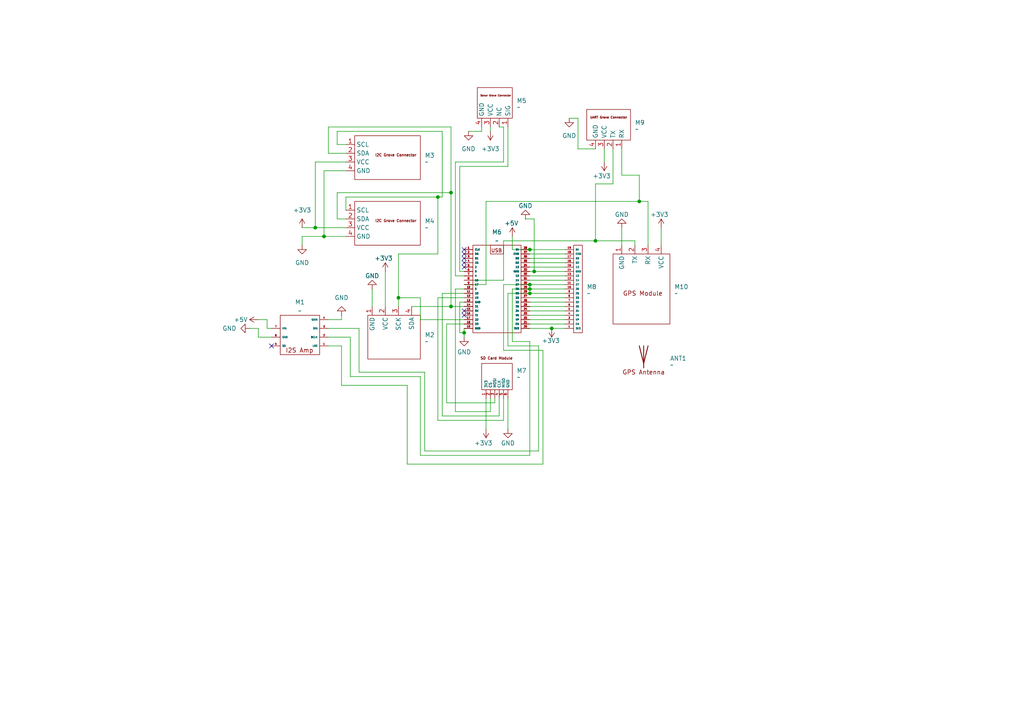
<source format=kicad_sch>
(kicad_sch (version 20231120) (generator "eeschema") (generator_version "8.0")
  (paper "A4")
  (lib_symbols
    (symbol "GPS_Module_1"
      (property "Reference" "M" (at 0 0 0))
      (symbol "GPS_Module_1_0_1"
        (rectangle (start -19.05 5.08) (end -2.54 -15.24))
      )
      (symbol "GPS_Module_1_1_1"
        (text "GPS Module" (at -10.414 -6.35 0) (effects (font (size 1.27 1.27))))
        (pin input line (at -16.51 7.62 270) (length 2.54) (name "GND") (number "1"))
        (pin input line (at -12.7 7.62 270) (length 2.54) (name "TX") (number "2"))
        (pin input line (at -8.89 7.62 270) (length 2.54) (name "RX") (number "3"))
        (pin input line (at -5.08 7.62 270) (length 2.54) (name "VCC") (number "4"))
      )
    )
    (symbol "Grove_UART_Connector_1"
      (property "Reference" "M" (at 7.62 1.524 0))
      (symbol "Grove_UART_Connector_1_0_1"
        (rectangle (start -6.35 5.08) (end 6.35 -3.81))
      )
      (symbol "Grove_UART_Connector_1_1_1"
        (text "UART Grove Connector" (at 0 -1.524 0) (effects (font (size 0.635 0.635))))
        (pin input line (at -3.81 7.62 270) (length 2.54) (name "RX") (number "1"))
        (pin input line (at -1.27 7.62 270) (length 2.54) (name "TX") (number "2"))
        (pin input line (at 1.27 7.62 270) (length 2.54) (name "VCC") (number "3"))
        (pin input line (at 3.81 7.62 270) (length 2.54) (name "GND") (number "4"))
      )
    )
    (symbol "I2C_Grove_Connector_1"
      (property "Reference" "M" (at 7.62 4.318 0))
      (symbol "I2C_Grove_Connector_1_0_1"
        (rectangle (start -12.7 10.16) (end 6.35 -2.54))
      )
      (symbol "I2C_Grove_Connector_1_1_1"
        (text "I2C Grove Connector" (at -0.762 4.572 0) (effects (font (size 0.762 0.762))))
        (pin input line (at -15.24 7.62 0) (length 2.54) (name "SCL") (number "1"))
        (pin input line (at -15.24 5.08 0) (length 2.54) (name "SDA") (number "2"))
        (pin input line (at -15.24 2.54 0) (length 2.54) (name "VCC") (number "3"))
        (pin input line (at -15.24 0 0) (length 2.54) (name "GND") (number "4"))
      )
    )
    (symbol "Mario_Symbols:I2C_Grove_Connector"
      (property "Reference" "M" (at 7.62 4.318 0))
      (symbol "I2C_Grove_Connector_0_1"
        (rectangle (start -12.7 10.16) (end 6.35 -2.54))
      )
      (symbol "I2C_Grove_Connector_1_1"
        (text "I2C Grove Connector" (at -0.762 4.572 0) (effects (font (size 0.762 0.762))))
        (pin input line (at -15.24 7.62 0) (length 2.54) (name "SCL") (number "1"))
        (pin input line (at -15.24 5.08 0) (length 2.54) (name "SDA") (number "2"))
        (pin input line (at -15.24 2.54 0) (length 2.54) (name "VCC") (number "3"))
        (pin input line (at -15.24 0 0) (length 2.54) (name "GND") (number "4"))
      )
    )
    (symbol "Mario_Symbols:I2S_Amp"
      (property "Reference" "M1" (at -9.525 5.08 0))
      (property "Value" "~" (at -9.525 2.54 0))
      (symbol "I2S_Amp_0_1"
        (rectangle (start -3.81 1.27) (end -15.24 -10.16))
      )
      (symbol "I2S_Amp_1_1"
        (text "I2S Amp" (at -9.398 0 0) (effects (font (size 1.27 1.27))))
        (pin input line (at -17.78 -1.27 0) (length 2.54) (name "LRC") (number "1"))
        (pin input line (at -17.78 -3.81 0) (length 2.54) (name "BCLK") (number "2"))
        (pin input line (at -17.78 -6.35 0) (length 2.54) (name "DIN") (number "3"))
        (pin input line (at -17.78 -8.89 0) (length 2.54) (name "GAIN") (number "4"))
        (pin input line (at -1.27 -1.27 180) (length 2.54) (name "SD") (number "5"))
        (pin input line (at -1.27 -3.81 180) (length 2.54) (name "GND") (number "6"))
        (pin input line (at -1.27 -6.35 180) (length 2.54) (name "VIN") (number "7"))
      )
    )
    (symbol "Mario_Symbols:OLED_Display_updated"
      (property "Reference" "M" (at 0 0 0))
      (symbol "OLED_Display_updated_0_1"
        (rectangle (start -6.35 7.62) (end 8.89 -5.08))
      )
      (symbol "OLED_Display_updated_1_1"
        (pin input line (at -5.08 10.16 270) (length 2.54) (name "GND") (number "1"))
        (pin input line (at -1.27 10.16 270) (length 2.54) (name "VCC") (number "2"))
        (pin input line (at 2.54 10.16 270) (length 2.54) (name "SCK") (number "3"))
        (pin input line (at 6.35 10.16 270) (length 2.54) (name "SDA") (number "4"))
      )
    )
    (symbol "Mario_Symbols:SD Card Module"
      (property "Reference" "M" (at 0 0 0))
      (symbol "SD Card Module_0_1"
        (rectangle (start -5.08 2.54) (end 3.81 -5.08))
      )
      (symbol "SD Card Module_1_1"
        (text "SD Card Module\n" (at -0.762 4.064 0) (effects (font (size 0.762 0.762))))
        (pin input line (at -3.81 -7.62 90) (length 2.54) (name "3V3") (number "1"))
        (pin input line (at -2.54 -7.62 90) (length 2.54) (name "CS") (number "2"))
        (pin input line (at -1.27 -7.62 90) (length 2.54) (name "MOSI") (number "3"))
        (pin input line (at 0 -7.62 90) (length 2.54) (name "CLK") (number "4"))
        (pin input line (at 1.27 -7.62 90) (length 2.54) (name "MISO") (number "5"))
        (pin input line (at 2.54 -7.62 90) (length 2.54) (name "GND") (number "6"))
      )
    )
    (symbol "New_Library_HD:ESP32-WROOM_HD"
      (property "Reference" "M6" (at -0.635 15.24 0))
      (property "Value" "~" (at -0.635 12.7 0))
      (symbol "ESP32-WROOM_HD_0_1"
        (rectangle (start -7.62 11.43) (end 6.35 -13.97))
        (rectangle (start -2.54 11.43) (end 1.27 8.89))
      )
      (symbol "ESP32-WROOM_HD_1_1"
        (text "USB" (at -0.762 9.906 0) (effects (font (size 1.016 1.016))))
        (pin input line (at -10.16 10.16 0) (length 2.54) (name "CLK") (number "1"))
        (pin input line (at -10.16 -1.27 0) (length 2.54) (name "5") (number "10"))
        (pin input line (at -10.16 -2.54 0) (length 2.54) (name "18") (number "11"))
        (pin input line (at -10.16 -3.81 0) (length 2.54) (name "19") (number "12"))
        (pin input line (at -10.16 -5.08 0) (length 2.54) (name "GND") (number "13"))
        (pin input line (at -10.16 -6.35 0) (length 2.54) (name "21") (number "14"))
        (pin input line (at -10.16 -7.62 0) (length 2.54) (name "RX") (number "15"))
        (pin input line (at -10.16 -8.89 0) (length 2.54) (name "TX") (number "16"))
        (pin input line (at -10.16 -10.16 0) (length 2.54) (name "22") (number "17"))
        (pin input line (at -10.16 -11.43 0) (length 2.54) (name "23") (number "18"))
        (pin input line (at -10.16 -12.7 0) (length 2.54) (name "GND") (number "19"))
        (pin input line (at -10.16 8.89 0) (length 2.54) (name "D0") (number "2"))
        (pin input line (at 8.89 -12.7 180) (length 2.54) (name "3V3") (number "20"))
        (pin input line (at 8.89 -11.43 180) (length 2.54) (name "EN") (number "21"))
        (pin input line (at 8.89 -10.16 180) (length 2.54) (name "VP") (number "22"))
        (pin input line (at 8.89 -8.89 180) (length 2.54) (name "VN") (number "23"))
        (pin input line (at 8.89 -7.62 180) (length 2.54) (name "34") (number "24"))
        (pin input line (at 8.89 -6.35 180) (length 2.54) (name "35") (number "25"))
        (pin input line (at 8.89 -5.08 180) (length 2.54) (name "32") (number "26"))
        (pin input line (at 8.89 -3.81 180) (length 2.54) (name "33") (number "27"))
        (pin input line (at 8.89 -2.54 180) (length 2.54) (name "25") (number "28"))
        (pin input line (at 8.89 -1.27 180) (length 2.54) (name "26") (number "29"))
        (pin input line (at -10.16 7.62 0) (length 2.54) (name "D1") (number "3"))
        (pin input line (at 8.89 0 180) (length 2.54) (name "27") (number "30"))
        (pin input line (at 8.89 1.27 180) (length 2.54) (name "14") (number "31"))
        (pin input line (at 8.89 2.54 180) (length 2.54) (name "12") (number "32"))
        (pin input line (at 8.89 3.81 180) (length 2.54) (name "GND") (number "33"))
        (pin input line (at 8.89 5.08 180) (length 2.54) (name "13") (number "34"))
        (pin input line (at 8.89 6.35 180) (length 2.54) (name "D2") (number "35"))
        (pin input line (at 8.89 7.62 180) (length 2.54) (name "D3") (number "36"))
        (pin input line (at 8.89 8.89 180) (length 2.54) (name "CMD") (number "37"))
        (pin input line (at 8.89 10.16 180) (length 2.54) (name "5V") (number "38"))
        (pin input line (at -10.16 6.35 0) (length 2.54) (name "15") (number "4"))
        (pin input line (at -10.16 5.08 0) (length 2.54) (name "2") (number "5"))
        (pin input line (at -10.16 3.81 0) (length 2.54) (name "0") (number "6"))
        (pin input line (at -10.16 2.54 0) (length 2.54) (name "4") (number "7"))
        (pin input line (at -10.16 1.27 0) (length 2.54) (name "16") (number "8"))
        (pin input line (at -10.16 0 0) (length 2.54) (name "17") (number "9"))
      )
    )
    (symbol "New_Library_HD:Second_Width_Esp32"
      (property "Reference" "M8" (at 5.08 10.7951 0))
      (property "Value" "~" (at 5.08 8.89 0))
      (symbol "Second_Width_Esp32_0_1"
        (rectangle (start 1.27 22.86) (end 3.81 -2.54))
      )
      (symbol "Second_Width_Esp32_1_1"
        (pin input line (at -1.27 -1.27 0) (length 2.54) (name "3V3") (number "1"))
        (pin input line (at -1.27 10.16 0) (length 2.54) (name "26") (number "10"))
        (pin input line (at -1.27 11.43 0) (length 2.54) (name "27") (number "11"))
        (pin input line (at -1.27 12.7 0) (length 2.54) (name "14") (number "12"))
        (pin input line (at -1.27 13.97 0) (length 2.54) (name "12") (number "13"))
        (pin input line (at -1.27 15.24 0) (length 2.54) (name "GND") (number "14"))
        (pin input line (at -1.27 16.51 0) (length 2.54) (name "13") (number "15"))
        (pin input line (at -1.27 17.78 0) (length 2.54) (name "D2") (number "16"))
        (pin input line (at -1.27 19.05 0) (length 2.54) (name "D3") (number "17"))
        (pin input line (at -1.27 20.32 0) (length 2.54) (name "CMD") (number "18"))
        (pin input line (at -1.27 21.59 0) (length 2.54) (name "5V") (number "19"))
        (pin input line (at -1.27 0 0) (length 2.54) (name "EN") (number "2"))
        (pin input line (at -1.27 1.27 0) (length 2.54) (name "VP") (number "3"))
        (pin input line (at -1.27 2.54 0) (length 2.54) (name "VN") (number "4"))
        (pin input line (at -1.27 3.81 0) (length 2.54) (name "34") (number "5"))
        (pin input line (at -1.27 5.08 0) (length 2.54) (name "35") (number "6"))
        (pin input line (at -1.27 6.35 0) (length 2.54) (name "32") (number "7"))
        (pin input line (at -1.27 7.62 0) (length 2.54) (name "33") (number "8"))
        (pin input line (at -1.27 8.89 0) (length 2.54) (name "25") (number "9"))
      )
    )
    (symbol "Sonar_Grove_Connector_1"
      (property "Reference" "M" (at -5.08 7.62 0))
      (symbol "Sonar_Grove_Connector_1_0_1"
        (rectangle (start 6.35 2.54) (end -3.81 11.43))
      )
      (symbol "Sonar_Grove_Connector_1_1_1"
        (text "Sonar Grove Connector" (at 1.524 9.144 0) (effects (font (size 0.508 0.508))))
        (pin input line (at 5.08 0 90) (length 2.54) (name "SIG") (number "1"))
        (pin input line (at 2.54 0 90) (length 2.54) (name "NC") (number "2"))
        (pin input line (at 0 0 90) (length 2.54) (name "VCC") (number "3"))
        (pin input line (at -2.54 0 90) (length 2.54) (name "GND") (number "4"))
      )
    )
    (symbol "You_Are_Invisible_V1.0:GPS_Antenna"
      (property "Reference" "ANT" (at 0 3.81 0))
      (symbol "GPS_Antenna_0_1"
        (polyline (pts (xy 0 1.27) (xy 0 -5.08)) (stroke (width 0.254)))
        (polyline (pts (xy 1.27 1.27) (xy 0 -3.81) (xy -1.27 1.27)) (stroke (width 0.254)))
      )
      (symbol "GPS_Antenna_1_1"
        (text "GPS Antenna\n" (at 0 -6.35 0) (effects (font (size 1.27 1.27))))
      )
    )
    (symbol "power:+3V3" (power) (pin_numbers hide) (pin_names (offset 0) hide)
      (property "Value" "+3V3" (at 0 3.556 0))
      (symbol "+3V3_0_1"
        (polyline (pts (xy -0.762 1.27) (xy 0 2.54)))
        (polyline (pts (xy 0 0) (xy 0 2.54)))
        (polyline (pts (xy 0 2.54) (xy 0.762 1.27)))
      )
      (symbol "+3V3_1_1"
        (pin power_in line (at 0 0 90) (length 0) (name "~") (number "1"))
      )
    )
    (symbol "power:+5V" (power) (pin_numbers hide) (pin_names (offset 0) hide)
      (property "Value" "+5V" (at 0 3.556 0))
      (symbol "+5V_0_1"
        (polyline (pts (xy -0.762 1.27) (xy 0 2.54)))
        (polyline (pts (xy 0 0) (xy 0 2.54)))
        (polyline (pts (xy 0 2.54) (xy 0.762 1.27)))
      )
      (symbol "+5V_1_1"
        (pin power_in line (at 0 0 90) (length 0) (name "~") (number "1"))
      )
    )
    (symbol "power:GND" (power) (pin_numbers hide) (pin_names (offset 0) hide)
      (property "Value" "GND" (at 0 -3.81 0))
      (symbol "GND_0_1"
        (polyline (pts (xy 0 0) (xy 0 -1.27) (xy 1.27 -1.27) (xy 0 -2.54) (xy -1.27 -1.27) (xy 0 -1.27)))
      )
      (symbol "GND_1_1"
        (pin power_in line (at 0 0 270) (length 0) (name "~") (number "1"))
      )
    )
  )
  (junction (at 172.72 69.85))
  (junction (at 93.98 68.58))
  (junction (at 130.81 88.9))
  (junction (at 130.81 55.88))
  (junction (at 115.57 86.36))
  (junction (at 153.67 83.82))
  (junction (at 134.62 96.52))
  (junction (at 160.02 95.25))
  (junction (at 153.67 85.09))
  (junction (at 153.67 82.55))
  (junction (at 185.42 58.42))
  (junction (at 153.67 72.39))
  (junction (at 127 57.15))
  (junction (at 154.94 78.74))
  (junction (at 91.44 66.04))
  (no_connect (at 78.74 100.33))
  (no_connect (at 134.62 90.17))
  (no_connect (at 134.62 91.44))
  (no_connect (at 134.62 76.2))
  (no_connect (at 134.62 73.66))
  (no_connect (at 134.62 77.47))
  (no_connect (at 134.62 74.93))
  (no_connect (at 134.62 72.39))
  (wire (pts (xy 148.59 99.06) (xy 148.59 83.82)))
  (wire (pts (xy 77.47 95.25) (xy 77.47 92.71)))
  (wire (pts (xy 127 86.36) (xy 127 121.92)))
  (wire (pts (xy 101.6 97.79) (xy 101.6 109.22)))
  (wire (pts (xy 134.62 81.28) (xy 146.05 81.28)))
  (wire (pts (xy 130.81 55.88) (xy 130.81 88.9)))
  (wire (pts (xy 172.72 69.85) (xy 146.05 69.85)))
  (wire (pts (xy 156.21 130.81) (xy 156.21 100.33)))
  (wire (pts (xy 144.78 115.57) (xy 144.78 120.65)))
  (wire (pts (xy 167.64 43.18) (xy 167.64 34.29)))
  (wire (pts (xy 134.62 92.71) (xy 121.92 92.71)))
  (wire (pts (xy 100.33 41.91) (xy 97.79 41.91)))
  (wire (pts (xy 146.05 46.99) (xy 146.05 36.83)))
  (wire (pts (xy 153.67 82.55) (xy 163.83 82.55)))
  (wire (pts (xy 153.67 83.82) (xy 163.83 83.82)))
  (wire (pts (xy 127 57.15) (xy 128.27 57.15)))
  (wire (pts (xy 148.59 83.82) (xy 153.67 83.82)))
  (wire (pts (xy 95.25 100.33) (xy 99.06 100.33)))
  (wire (pts (xy 127 57.15) (xy 127 73.66)))
  (wire (pts (xy 95.25 44.45) (xy 95.25 36.83)))
  (wire (pts (xy 77.47 92.71) (xy 74.93 92.71)))
  (wire (pts (xy 142.24 115.57) (xy 142.24 119.38)))
  (wire (pts (xy 100.33 49.53) (xy 93.98 49.53)))
  (wire (pts (xy 133.35 78.74) (xy 134.62 78.74)))
  (wire (pts (xy 191.77 66.04) (xy 191.77 71.12)))
  (wire (pts (xy 187.96 58.42) (xy 187.96 71.12)))
  (wire (pts (xy 77.47 95.25) (xy 78.74 95.25)))
  (wire (pts (xy 185.42 50.8) (xy 185.42 58.42)))
  (wire (pts (xy 153.67 90.17) (xy 163.83 90.17)))
  (wire (pts (xy 129.54 93.98) (xy 134.62 93.98)))
  (wire (pts (xy 147.32 85.09) (xy 153.67 85.09)))
  (wire (pts (xy 128.27 85.09) (xy 134.62 85.09)))
  (wire (pts (xy 121.92 86.36) (xy 115.57 86.36)))
  (wire (pts (xy 167.64 34.29) (xy 165.1 34.29)))
  (wire (pts (xy 101.6 109.22) (xy 121.92 109.22)))
  (wire (pts (xy 134.62 95.25) (xy 134.62 96.52)))
  (wire (pts (xy 160.02 95.25) (xy 163.83 95.25)))
  (wire (pts (xy 95.25 36.83) (xy 130.81 36.83)))
  (wire (pts (xy 157.48 134.62) (xy 157.48 101.6)))
  (wire (pts (xy 184.15 71.12) (xy 184.15 69.85)))
  (wire (pts (xy 147.32 36.83) (xy 147.32 48.26)))
  (wire (pts (xy 111.76 78.74) (xy 111.76 88.9)))
  (wire (pts (xy 153.67 93.98) (xy 163.83 93.98)))
  (wire (pts (xy 104.14 95.25) (xy 104.14 107.95)))
  (wire (pts (xy 95.25 92.71) (xy 99.06 92.71)))
  (wire (pts (xy 129.54 116.84) (xy 129.54 93.98)))
  (wire (pts (xy 72.39 95.25) (xy 74.93 95.25)))
  (wire (pts (xy 187.96 58.42) (xy 185.42 58.42)))
  (wire (pts (xy 153.67 72.39) (xy 163.83 72.39)))
  (wire (pts (xy 118.11 134.62) (xy 157.48 134.62)))
  (wire (pts (xy 127 73.66) (xy 115.57 73.66)))
  (wire (pts (xy 74.93 97.79) (xy 74.93 95.25)))
  (wire (pts (xy 133.35 48.26) (xy 133.35 78.74)))
  (wire (pts (xy 133.35 87.63) (xy 133.35 96.52)))
  (wire (pts (xy 134.62 82.55) (xy 140.97 82.55)))
  (wire (pts (xy 130.81 36.83) (xy 130.81 55.88)))
  (wire (pts (xy 146.05 82.55) (xy 153.67 82.55)))
  (wire (pts (xy 74.93 97.79) (xy 78.74 97.79)))
  (wire (pts (xy 146.05 69.85) (xy 146.05 81.28)))
  (wire (pts (xy 123.19 107.95) (xy 123.19 130.81)))
  (wire (pts (xy 140.97 115.57) (xy 140.97 124.46)))
  (wire (pts (xy 132.08 46.99) (xy 146.05 46.99)))
  (wire (pts (xy 97.79 38.1) (xy 128.27 38.1)))
  (wire (pts (xy 100.33 57.15) (xy 100.33 60.96)))
  (wire (pts (xy 177.8 53.34) (xy 172.72 53.34)))
  (wire (pts (xy 153.67 88.9) (xy 163.83 88.9)))
  (wire (pts (xy 147.32 115.57) (xy 147.32 124.46)))
  (wire (pts (xy 156.21 100.33) (xy 147.32 100.33)))
  (wire (pts (xy 97.79 63.5) (xy 97.79 55.88)))
  (wire (pts (xy 119.38 88.9) (xy 130.81 88.9)))
  (wire (pts (xy 121.92 109.22) (xy 121.92 132.08)))
  (wire (pts (xy 180.34 43.18) (xy 180.34 50.8)))
  (wire (pts (xy 154.94 63.5) (xy 152.4 63.5)))
  (wire (pts (xy 175.26 43.18) (xy 175.26 46.99)))
  (wire (pts (xy 95.25 95.25) (xy 104.14 95.25)))
  (wire (pts (xy 93.98 49.53) (xy 93.98 68.58)))
  (wire (pts (xy 134.62 87.63) (xy 133.35 87.63)))
  (wire (pts (xy 100.33 57.15) (xy 127 57.15)))
  (wire (pts (xy 153.67 76.2) (xy 163.83 76.2)))
  (wire (pts (xy 139.7 36.83) (xy 139.7 38.1)))
  (wire (pts (xy 100.33 46.99) (xy 91.44 46.99)))
  (wire (pts (xy 115.57 73.66) (xy 115.57 86.36)))
  (wire (pts (xy 153.67 87.63) (xy 163.83 87.63)))
  (wire (pts (xy 93.98 68.58) (xy 100.33 68.58)))
  (wire (pts (xy 153.67 73.66) (xy 163.83 73.66)))
  (wire (pts (xy 146.05 36.83) (xy 144.78 36.83)))
  (wire (pts (xy 153.67 91.44) (xy 163.83 91.44)))
  (wire (pts (xy 118.11 111.76) (xy 118.11 134.62)))
  (wire (pts (xy 143.51 115.57) (xy 143.51 116.84)))
  (wire (pts (xy 153.67 99.06) (xy 148.59 99.06)))
  (wire (pts (xy 153.67 80.01) (xy 163.83 80.01)))
  (wire (pts (xy 97.79 55.88) (xy 130.81 55.88)))
  (wire (pts (xy 157.48 101.6) (xy 146.05 101.6)))
  (wire (pts (xy 153.67 86.36) (xy 163.83 86.36)))
  (wire (pts (xy 153.67 81.28) (xy 163.83 81.28)))
  (wire (pts (xy 154.94 78.74) (xy 163.83 78.74)))
  (wire (pts (xy 140.97 58.42) (xy 140.97 82.55)))
  (wire (pts (xy 121.92 92.71) (xy 121.92 86.36)))
  (wire (pts (xy 153.67 95.25) (xy 160.02 95.25)))
  (wire (pts (xy 143.51 116.84) (xy 129.54 116.84)))
  (wire (pts (xy 121.92 132.08) (xy 153.67 132.08)))
  (wire (pts (xy 148.59 68.58) (xy 148.59 72.39)))
  (wire (pts (xy 91.44 46.99) (xy 91.44 66.04)))
  (wire (pts (xy 134.62 86.36) (xy 127 86.36)))
  (wire (pts (xy 130.81 88.9) (xy 134.62 88.9)))
  (wire (pts (xy 184.15 69.85) (xy 172.72 69.85)))
  (wire (pts (xy 100.33 63.5) (xy 97.79 63.5)))
  (wire (pts (xy 134.62 83.82) (xy 132.08 83.82)))
  (wire (pts (xy 153.67 92.71) (xy 163.83 92.71)))
  (wire (pts (xy 153.67 78.74) (xy 154.94 78.74)))
  (wire (pts (xy 153.67 77.47) (xy 163.83 77.47)))
  (wire (pts (xy 167.64 43.18) (xy 172.72 43.18)))
  (wire (pts (xy 123.19 130.81) (xy 156.21 130.81)))
  (wire (pts (xy 153.67 132.08) (xy 153.67 99.06)))
  (wire (pts (xy 153.67 85.09) (xy 163.83 85.09)))
  (wire (pts (xy 99.06 100.33) (xy 99.06 111.76)))
  (wire (pts (xy 172.72 53.34) (xy 172.72 69.85)))
  (wire (pts (xy 132.08 80.01) (xy 134.62 80.01)))
  (wire (pts (xy 180.34 50.8) (xy 185.42 50.8)))
  (wire (pts (xy 127 121.92) (xy 146.05 121.92)))
  (wire (pts (xy 154.94 78.74) (xy 154.94 63.5)))
  (wire (pts (xy 144.78 120.65) (xy 128.27 120.65)))
  (wire (pts (xy 132.08 119.38) (xy 142.24 119.38)))
  (wire (pts (xy 146.05 82.55) (xy 146.05 101.6)))
  (wire (pts (xy 91.44 66.04) (xy 100.33 66.04)))
  (wire (pts (xy 128.27 120.65) (xy 128.27 85.09)))
  (wire (pts (xy 177.8 43.18) (xy 177.8 53.34)))
  (wire (pts (xy 100.33 44.45) (xy 95.25 44.45)))
  (wire (pts (xy 87.63 68.58) (xy 93.98 68.58)))
  (wire (pts (xy 87.63 66.04) (xy 91.44 66.04)))
  (wire (pts (xy 134.62 96.52) (xy 134.62 97.79)))
  (wire (pts (xy 142.24 36.83) (xy 142.24 38.1)))
  (wire (pts (xy 148.59 72.39) (xy 153.67 72.39)))
  (wire (pts (xy 147.32 48.26) (xy 133.35 48.26)))
  (wire (pts (xy 99.06 111.76) (xy 118.11 111.76)))
  (wire (pts (xy 115.57 86.36) (xy 115.57 88.9)))
  (wire (pts (xy 153.67 74.93) (xy 163.83 74.93)))
  (wire (pts (xy 97.79 41.91) (xy 97.79 38.1)))
  (wire (pts (xy 146.05 115.57) (xy 146.05 121.92)))
  (wire (pts (xy 128.27 38.1) (xy 128.27 57.15)))
  (wire (pts (xy 185.42 58.42) (xy 140.97 58.42)))
  (wire (pts (xy 87.63 68.58) (xy 87.63 71.12)))
  (wire (pts (xy 99.06 92.71) (xy 99.06 91.44)))
  (wire (pts (xy 139.7 38.1) (xy 135.89 38.1)))
  (wire (pts (xy 133.35 96.52) (xy 134.62 96.52)))
  (wire (pts (xy 104.14 107.95) (xy 123.19 107.95)))
  (wire (pts (xy 107.95 88.9) (xy 107.95 83.82)))
  (wire (pts (xy 147.32 100.33) (xy 147.32 85.09)))
  (wire (pts (xy 95.25 97.79) (xy 101.6 97.79)))
  (wire (pts (xy 180.34 66.04) (xy 180.34 71.12)))
  (wire (pts (xy 132.08 46.99) (xy 132.08 80.01)))
  (wire (pts (xy 132.08 83.82) (xy 132.08 119.38)))
  (symbol (lib_id "power:GND") (at 152.4 63.5 180) (unit 1)
    (property "Reference" "#PWR013" (effects (hide yes)))
    (property "Value" "GND" (at 152.4 59.69 0))
    (property "Description" "Power symbol creates a global label with name \"GND\" , ground" (effects (hide yes)))
  )
  (symbol (lib_id "power:GND") (at 180.34 66.04 180) (unit 1)
    (property "Reference" "#PWR017" (effects (hide yes)))
    (property "Value" "GND" (at 180.34 62.23 0))
    (property "Description" "Power symbol creates a global label with name \"GND\" , ground" (effects (hide yes)))
  )
  (symbol (lib_id "New_Library_HD:Second_Width_Esp32") (at 165.1 93.98 0) (unit 1)
    (property "Reference" "M8" (at 170.18 83.1849 0) (effects (justify left)))
    (property "Value" "~" (at 170.18 85.09 0) (effects (justify left)))
    (property "Footprint" "Mario_Library:esp32_extra" (effects (hide yes)))
  )
  (symbol (lib_id "power:+3V3") (at 160.02 95.25 180) (unit 1)
    (property "Reference" "#PWR014" (effects (hide yes)))
    (property "Value" "+3V3" (at 159.766 98.806 0))
    (property "Description" "Power symbol creates a global label with name \"+3V3\"" (effects (hide yes)))
  )
  (symbol (lib_id "power:GND") (at 72.39 95.25 270) (unit 1)
    (property "Reference" "#PWR01" (effects (hide yes)))
    (property "Value" "GND" (at 68.58 95.2499 90) (effects (justify right)))
    (property "Description" "Power symbol creates a global label with name \"GND\" , ground" (effects (hide yes)))
  )
  (symbol (lib_id "power:GND") (at 87.63 71.12 0) (unit 1)
    (property "Reference" "#PWR04" (effects (hide yes)))
    (property "Value" "GND" (at 87.63 76.2 0))
    (property "Description" "Power symbol creates a global label with name \"GND\" , ground" (effects (hide yes)))
  )
  (symbol (lib_id "power:+5V") (at 148.59 68.58 0) (unit 1)
    (property "Reference" "#PWR012" (effects (hide yes)))
    (property "Value" "+5V" (at 148.336 64.77 0))
    (property "Description" "Power symbol creates a global label with name \"+5V\"" (effects (hide yes)))
  )
  (symbol (lib_name "Sonar_Grove_Connector_1") (lib_id "Mario_Symbols:Sonar_Grove_Connector") (at 142.24 36.83 0) (unit 1)
    (property "Reference" "M5" (at 149.86 29.2099 0) (effects (justify left)))
    (property "Value" "~" (at 149.86 31.115 0) (effects (justify left)))
    (property "Footprint" "Mario_Library:Sonar_updated" (effects (hide yes)))
  )
  (symbol (lib_id "power:+3V3") (at 142.24 38.1 180) (unit 1)
    (property "Reference" "#PWR010" (effects (hide yes)))
    (property "Value" "+3V3" (at 142.24 43.18 0))
    (property "Description" "Power symbol creates a global label with name \"+3V3\"" (effects (hide yes)))
  )
  (symbol (lib_id "You_Are_Invisible_V1.0:GPS_Antenna") (at 186.69 101.6 0) (unit 1)
    (property "Reference" "ANT1" (at 194.31 103.9522 0) (effects (justify left)))
    (property "Value" "~" (at 194.31 105.8573 0) (effects (justify left)))
    (property "Footprint" "Mario_Library:GPS_Antenna" (effects (hide yes)))
  )
  (symbol (lib_id "power:+3V3") (at 111.76 78.74 0) (unit 1)
    (property "Reference" "#PWR05" (effects (hide yes)))
    (property "Value" "+3V3" (at 111.252 74.93 0))
    (property "Description" "Power symbol creates a global label with name \"+3V3\"" (effects (hide yes)))
  )
  (symbol (lib_id "Mario_Symbols:SD Card Module") (at 144.78 107.95 0) (unit 1)
    (property "Reference" "M7" (at 149.86 107.5163 0) (effects (justify left)))
    (property "Value" "~" (at 149.86 109.4214 0) (effects (justify left)))
    (property "Footprint" "Mario_Library:Micro_SD_Card_Adapter" (effects (hide yes)))
  )
  (symbol (lib_id "power:GND") (at 135.89 38.1 0) (unit 1)
    (property "Reference" "#PWR08" (effects (hide yes)))
    (property "Value" "GND" (at 135.89 43.18 0))
    (property "Description" "Power symbol creates a global label with name \"GND\" , ground" (effects (hide yes)))
  )
  (symbol (lib_id "power:GND") (at 165.1 34.29 0) (unit 1)
    (property "Reference" "#PWR015" (effects (hide yes)))
    (property "Value" "GND" (at 165.1 39.37 0))
    (property "Description" "Power symbol creates a global label with name \"GND\" , ground" (effects (hide yes)))
  )
  (symbol (lib_name "I2C_Grove_Connector_1") (lib_id "Mario_Symbols:I2C_Grove_Connector") (at 115.57 68.58 0) (unit 1)
    (property "Reference" "M4" (at 123.19 64.1349 0) (effects (justify left)))
    (property "Value" "~" (at 123.19 66.04 0) (effects (justify left)))
    (property "Footprint" "Mario_Library:I2C_updated" (effects (hide yes)))
  )
  (symbol (lib_name "Grove_UART_Connector_1") (lib_id "Mario_Symbols:Grove_UART_Connector") (at 176.53 35.56 180) (unit 1)
    (property "Reference" "M9" (at 184.15 35.5599 0) (effects (justify right)))
    (property "Value" "~" (at 184.15 37.465 0) (effects (justify right)))
    (property "Footprint" "Mario_Library:UART Grove Connector" (effects (hide yes)))
  )
  (symbol (lib_id "power:+3V3") (at 140.97 124.46 180) (unit 1)
    (property "Reference" "#PWR09" (effects (hide yes)))
    (property "Value" "+3V3" (at 140.208 128.524 0))
    (property "Description" "Power symbol creates a global label with name \"+3V3\"" (effects (hide yes)))
  )
  (symbol (lib_id "power:+3V3") (at 191.77 66.04 0) (unit 1)
    (property "Reference" "#PWR018" (effects (hide yes)))
    (property "Value" "+3V3" (at 191.262 62.23 0))
    (property "Description" "Power symbol creates a global label with name \"+3V3\"" (effects (hide yes)))
  )
  (symbol (lib_id "power:+3V3") (at 175.26 46.99 180) (unit 1)
    (property "Reference" "#PWR016" (effects (hide yes)))
    (property "Value" "+3V3" (at 174.498 51.054 0))
    (property "Description" "Power symbol creates a global label with name \"+3V3\"" (effects (hide yes)))
  )
  (symbol (lib_id "power:GND") (at 147.32 124.46 0) (unit 1)
    (property "Reference" "#PWR011" (effects (hide yes)))
    (property "Value" "GND" (at 147.32 128.524 0))
    (property "Description" "Power symbol creates a global label with name \"GND\" , ground" (effects (hide yes)))
  )
  (symbol (lib_id "Mario_Symbols:I2C_Grove_Connector") (at 115.57 49.53 0) (unit 1)
    (property "Reference" "M3" (at 123.19 45.0849 0) (effects (justify left)))
    (property "Value" "~" (at 123.19 46.99 0) (effects (justify left)))
    (property "Footprint" "Mario_Library:I2C_updated" (effects (hide yes)))
  )
  (symbol (lib_id "power:+5V") (at 74.93 92.71 90) (unit 1)
    (property "Reference" "#PWR02" (effects (hide yes)))
    (property "Value" "+5V" (at 71.882 92.71 90) (effects (justify left)))
    (property "Description" "Power symbol creates a global label with name \"+5V\"" (effects (hide yes)))
  )
  (symbol (lib_id "power:+3V3") (at 87.63 66.04 0) (unit 1)
    (property "Reference" "#PWR03" (effects (hide yes)))
    (property "Value" "+3V3" (at 87.63 60.96 0))
    (property "Description" "Power symbol creates a global label with name \"+3V3\"" (effects (hide yes)))
  )
  (symbol (lib_id "Mario_Symbols:I2S_Amp") (at 77.47 101.6 180) (unit 1)
    (property "Reference" "M1" (at 86.995 87.63 0))
    (property "Value" "~" (at 86.995 90.17 0))
    (property "Footprint" "Mario_Library:I2S_Amp_updated" (effects (hide yes)))
  )
  (symbol (lib_id "New_Library_HD:ESP32-WROOM_HD") (at 144.78 82.55 0) (unit 1)
    (property "Reference" "M6" (at 144.145 67.31 0))
    (property "Value" "~" (at 144.145 69.85 0))
    (property "Footprint" "Mario_Library:ESP-WROOM-32_Dev_Module_Narrow" (effects (hide yes)))
  )
  (symbol (lib_id "power:GND") (at 107.95 83.82 180) (unit 1)
    (property "Reference" "#PWR06" (effects (hide yes)))
    (property "Value" "GND" (at 107.95 80.01 0))
    (property "Description" "Power symbol creates a global label with name \"GND\" , ground" (effects (hide yes)))
  )
  (symbol (lib_id "Mario_Symbols:OLED_Display_updated") (at 113.03 99.06 0) (unit 1)
    (property "Reference" "M2" (at 123.19 97.1549 0) (effects (justify left)))
    (property "Value" "~" (at 123.19 99.06 0) (effects (justify left)))
    (property "Footprint" "Mario_Library:OLED_I2C" (effects (hide yes)))
  )
  (symbol (lib_id "power:GND") (at 134.62 97.79 0) (unit 1)
    (property "Reference" "#PWR07" (effects (hide yes)))
    (property "Value" "GND" (at 134.62 102.108 0))
    (property "Description" "Power symbol creates a global label with name \"GND\" , ground" (effects (hide yes)))
  )
  (symbol (lib_id "power:GND") (at 99.06 91.44 180) (unit 1)
    (property "Reference" "#PWR019" (effects (hide yes)))
    (property "Value" "GND" (at 99.06 86.36 0))
    (property "Description" "Power symbol creates a global label with name \"GND\" , ground" (effects (hide yes)))
  )
  (symbol (lib_name "GPS_Module_1") (lib_id "Mario_Symbols:GPS_Module") (at 196.85 78.74 0) (unit 1)
    (property "Reference" "M10" (at 195.58 83.1849 0) (effects (justify left)))
    (property "Value" "~" (at 195.58 85.09 0) (effects (justify left)))
    (property "Footprint" "Mario_Library:GY-GPS6MV2_Module" (effects (hide yes)))
  )
)
</source>
